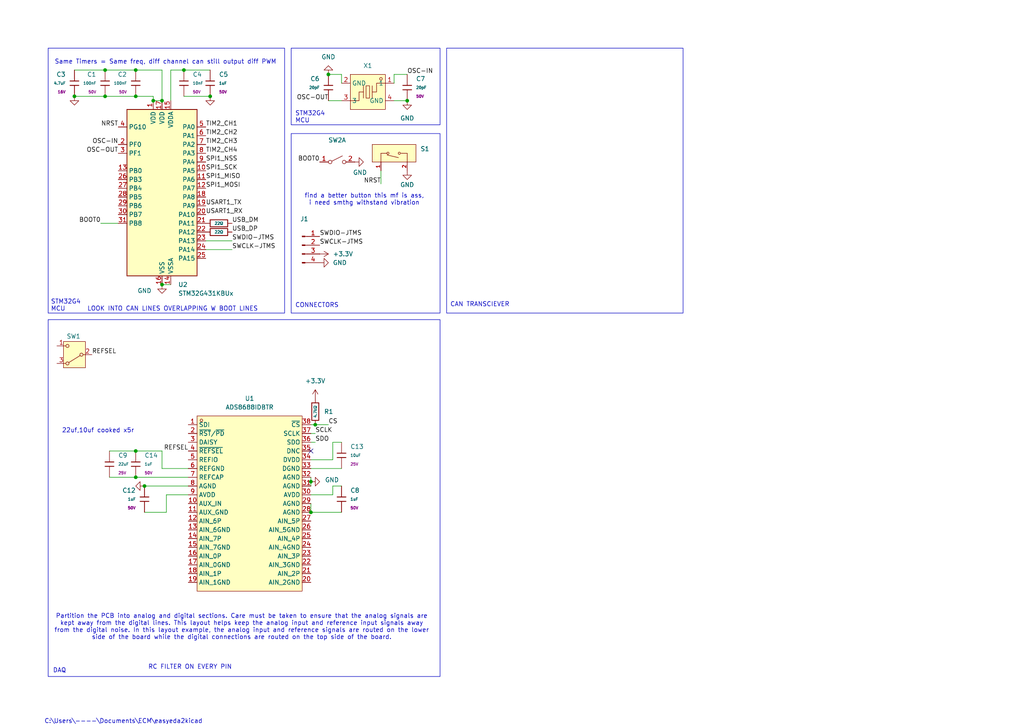
<source format=kicad_sch>
(kicad_sch (version 20250114) (generator "eeschema") (generator_version "9.0")
  (paper "A4")
  (lib_symbols
    (symbol "Connector:Conn_01x04_Pin" (pin_names (offset 1.016) (hide yes))
      (property "Reference" "J" (at 0 5.08 0))
      (property "Value" "Conn_01x04_Pin" (at 0 -7.62 0))
      (symbol "Conn_01x04_Pin_1_1"
        (rectangle (start 0.8636 2.667) (end 0 2.413) (stroke (width 0.1524)) (fill (type outline)))
        (rectangle (start 0.8636 0.127) (end 0 -0.127) (stroke (width 0.1524)) (fill (type outline)))
        (rectangle (start 0.8636 -2.413) (end 0 -2.667) (stroke (width 0.1524)) (fill (type outline)))
        (rectangle (start 0.8636 -4.953) (end 0 -5.207) (stroke (width 0.1524)) (fill (type outline)))
        (polyline (pts (xy 1.27 2.54) (xy 0.8636 2.54)) (stroke (width 0.1524)))
        (polyline (pts (xy 1.27 0) (xy 0.8636 0)) (stroke (width 0.1524)))
        (polyline (pts (xy 1.27 -2.54) (xy 0.8636 -2.54)) (stroke (width 0.1524)))
        (polyline (pts (xy 1.27 -5.08) (xy 0.8636 -5.08)) (stroke (width 0.1524)))
        (pin passive line (at 5.08 2.54 180) (length 3.81) (name "Pin_1") (number "1"))
        (pin passive line (at 5.08 0 180) (length 3.81) (name "Pin_2") (number "2"))
        (pin passive line (at 5.08 -2.54 180) (length 3.81) (name "Pin_3") (number "3"))
        (pin passive line (at 5.08 -5.08 180) (length 3.81) (name "Pin_4") (number "4"))
      )
    )
    (symbol "MCU_ST_STM32G4:STM32G431KBUx"
      (property "Reference" "U" (at -10.16 26.67 0))
      (property "Value" "STM32G431KBUx" (at 5.08 26.67 0))
      (symbol "STM32G431KBUx_0_1"
        (rectangle (start -10.16 -22.86) (end 10.16 25.4) (stroke (width 0.254)) (fill (type background)))
      )
      (symbol "STM32G431KBUx_1_1"
        (pin bidirectional line (at -12.7 20.32 0) (length 2.54) (name "PG10") (number "4"))
        (pin bidirectional line (at -12.7 15.24 0) (length 2.54) (name "PF0") (number "2"))
        (pin bidirectional line (at -12.7 12.7 0) (length 2.54) (name "PF1") (number "3"))
        (pin bidirectional line (at -12.7 7.62 0) (length 2.54) (name "PB0") (number "13"))
        (pin bidirectional line (at -12.7 5.08 0) (length 2.54) (name "PB3") (number "26"))
        (pin bidirectional line (at -12.7 2.54 0) (length 2.54) (name "PB4") (number "27"))
        (pin bidirectional line (at -12.7 0 0) (length 2.54) (name "PB5") (number "28"))
        (pin bidirectional line (at -12.7 -2.54 0) (length 2.54) (name "PB6") (number "29"))
        (pin bidirectional line (at -12.7 -5.08 0) (length 2.54) (name "PB7") (number "30"))
        (pin bidirectional line (at -12.7 -7.62 0) (length 2.54) (name "PB8") (number "31"))
        (pin power_in line (at -2.54 27.94 270) (length 2.54) (name "VDD") (number "1"))
        (pin power_in line (at 0 27.94 270) (length 2.54) (name "VDD") (number "17"))
        (pin power_in line (at 0 -25.4 90) (length 2.54) (name "VSS") (number "16"))
        (pin passive line (at 0 -25.4 90) (length 2.54) (hide yes) (name "VSS") (number "32"))
        (pin passive line (at 0 -25.4 90) (length 2.54) (hide yes) (name "VSS") (number "33"))
        (pin power_in line (at 2.54 27.94 270) (length 2.54) (name "VDDA") (number "15"))
        (pin power_in line (at 2.54 -25.4 90) (length 2.54) (name "VSSA") (number "14"))
        (pin bidirectional line (at 12.7 20.32 180) (length 2.54) (name "PA0") (number "5"))
        (pin bidirectional line (at 12.7 17.78 180) (length 2.54) (name "PA1") (number "6"))
        (pin bidirectional line (at 12.7 15.24 180) (length 2.54) (name "PA2") (number "7"))
        (pin bidirectional line (at 12.7 12.7 180) (length 2.54) (name "PA3") (number "8"))
        (pin bidirectional line (at 12.7 10.16 180) (length 2.54) (name "PA4") (number "9"))
        (pin bidirectional line (at 12.7 7.62 180) (length 2.54) (name "PA5") (number "10"))
        (pin bidirectional line (at 12.7 5.08 180) (length 2.54) (name "PA6") (number "11"))
        (pin bidirectional line (at 12.7 2.54 180) (length 2.54) (name "PA7") (number "12"))
        (pin bidirectional line (at 12.7 0 180) (length 2.54) (name "PA8") (number "18"))
        (pin bidirectional line (at 12.7 -2.54 180) (length 2.54) (name "PA9") (number "19"))
        (pin bidirectional line (at 12.7 -5.08 180) (length 2.54) (name "PA10") (number "20"))
        (pin bidirectional line (at 12.7 -7.62 180) (length 2.54) (name "PA11") (number "21"))
        (pin bidirectional line (at 12.7 -10.16 180) (length 2.54) (name "PA12") (number "22"))
        (pin bidirectional line (at 12.7 -12.7 180) (length 2.54) (name "PA13") (number "23"))
        (pin bidirectional line (at 12.7 -15.24 180) (length 2.54) (name "PA14") (number "24"))
        (pin bidirectional line (at 12.7 -17.78 180) (length 2.54) (name "PA15") (number "25"))
      )
    )
    (symbol "PCM_JLCPCB-Capacitors:0603,100nF" (pin_numbers (hide yes)) (pin_names (offset 0))
      (property "Reference" "C" (at 2.032 1.668 0))
      (property "Value" "100nF" (at 2.032 -0.3782 0))
      (property "Voltage Rated" "50V" (at 2.032 -2.0462 0))
      (symbol "0603,100nF_0_1"
        (polyline (pts (xy -1.27 0.635) (xy 1.27 0.635)) (stroke (width 0.254)))
        (polyline (pts (xy -1.27 -0.635) (xy 1.27 -0.635)) (stroke (width 0.254)))
      )
      (symbol "0603,100nF_1_1"
        (pin passive line (at 0 3.81 270) (length 3.175) (name "~") (number "1"))
        (pin passive line (at 0 -3.81 90) (length 3.175) (name "~") (number "2"))
      )
    )
    (symbol "PCM_JLCPCB-Capacitors:0603,10nF" (pin_numbers (hide yes)) (pin_names (offset 0))
      (property "Reference" "C" (at 2.032 1.668 0))
      (property "Value" "10nF" (at 2.032 -0.3782 0))
      (property "Voltage Rated" "50V" (at 2.032 -2.0462 0))
      (symbol "0603,10nF_0_1"
        (polyline (pts (xy -1.27 0.635) (xy 1.27 0.635)) (stroke (width 0.254)))
        (polyline (pts (xy -1.27 -0.635) (xy 1.27 -0.635)) (stroke (width 0.254)))
      )
      (symbol "0603,10nF_1_1"
        (pin passive line (at 0 3.81 270) (length 3.175) (name "~") (number "1"))
        (pin passive line (at 0 -3.81 90) (length 3.175) (name "~") (number "2"))
      )
    )
    (symbol "PCM_JLCPCB-Capacitors:0603,10uF,(2)" (pin_numbers (hide yes)) (pin_names (offset 0))
      (property "Reference" "C" (at 2.032 1.668 0))
      (property "Value" "10uF" (at 2.032 -0.3782 0))
      (property "Voltage Rated" "25V" (at 2.032 -2.0462 0))
      (symbol "0603,10uF,(2)_0_1"
        (polyline (pts (xy -1.27 0.635) (xy 1.27 0.635)) (stroke (width 0.254)))
        (polyline (pts (xy -1.27 -0.635) (xy 1.27 -0.635)) (stroke (width 0.254)))
      )
      (symbol "0603,10uF,(2)_1_1"
        (pin passive line (at 0 3.81 270) (length 3.175) (name "~") (number "1"))
        (pin passive line (at 0 -3.81 90) (length 3.175) (name "~") (number "2"))
      )
    )
    (symbol "PCM_JLCPCB-Capacitors:0603,1uF" (pin_numbers (hide yes)) (pin_names (offset 0))
      (property "Reference" "C" (at 2.032 1.668 0))
      (property "Value" "1uF" (at 2.032 -0.3782 0))
      (property "Voltage Rated" "50V" (at 2.032 -2.0462 0))
      (symbol "0603,1uF_0_1"
        (polyline (pts (xy -1.27 0.635) (xy 1.27 0.635)) (stroke (width 0.254)))
        (polyline (pts (xy -1.27 -0.635) (xy 1.27 -0.635)) (stroke (width 0.254)))
      )
      (symbol "0603,1uF_1_1"
        (pin passive line (at 0 3.81 270) (length 3.175) (name "~") (number "1"))
        (pin passive line (at 0 -3.81 90) (length 3.175) (name "~") (number "2"))
      )
    )
    (symbol "PCM_JLCPCB-Capacitors:0603,20pF" (pin_numbers (hide yes)) (pin_names (offset 0))
      (property "Reference" "C" (at 2.032 1.668 0))
      (property "Value" "20pF" (at 2.032 -0.3782 0))
      (property "Voltage Rated" "50V" (at 2.032 -2.0462 0))
      (symbol "0603,20pF_0_1"
        (polyline (pts (xy -1.27 0.635) (xy 1.27 0.635)) (stroke (width 0.254)))
        (polyline (pts (xy -1.27 -0.635) (xy 1.27 -0.635)) (stroke (width 0.254)))
      )
      (symbol "0603,20pF_1_1"
        (pin passive line (at 0 3.81 270) (length 3.175) (name "~") (number "1"))
        (pin passive line (at 0 -3.81 90) (length 3.175) (name "~") (number "2"))
      )
    )
    (symbol "PCM_JLCPCB-Capacitors:0603,4.7uF" (pin_numbers (hide yes)) (pin_names (offset 0))
      (property "Reference" "C" (at 2.032 1.668 0))
      (property "Value" "4.7uF" (at 2.032 -0.3782 0))
      (property "Voltage Rated" "16V" (at 2.032 -2.0462 0))
      (symbol "0603,4.7uF_0_1"
        (polyline (pts (xy -1.27 0.635) (xy 1.27 0.635)) (stroke (width 0.254)))
        (polyline (pts (xy -1.27 -0.635) (xy 1.27 -0.635)) (stroke (width 0.254)))
      )
      (symbol "0603,4.7uF_1_1"
        (pin passive line (at 0 3.81 270) (length 3.175) (name "~") (number "1"))
        (pin passive line (at 0 -3.81 90) (length 3.175) (name "~") (number "2"))
      )
    )
    (symbol "PCM_JLCPCB-Capacitors:0805,1uF" (pin_numbers (hide yes)) (pin_names (offset 0))
      (property "Reference" "C" (at 2.032 1.668 0))
      (property "Value" "1uF" (at 2.032 -0.3782 0))
      (property "Voltage Rated" "50V" (at 2.032 -2.0462 0))
      (symbol "0805,1uF_0_1"
        (polyline (pts (xy -1.27 0.635) (xy 1.27 0.635)) (stroke (width 0.254)))
        (polyline (pts (xy -1.27 -0.635) (xy 1.27 -0.635)) (stroke (width 0.254)))
      )
      (symbol "0805,1uF_1_1"
        (pin passive line (at 0 3.81 270) (length 3.175) (name "~") (number "1"))
        (pin passive line (at 0 -3.81 90) (length 3.175) (name "~") (number "2"))
      )
    )
    (symbol "PCM_JLCPCB-Capacitors:0805,22uF" (pin_numbers (hide yes)) (pin_names (offset 0))
      (property "Reference" "C" (at 2.032 1.668 0))
      (property "Value" "22uF" (at 2.032 -0.3782 0))
      (property "Voltage Rated" "25V" (at 2.032 -2.0462 0))
      (symbol "0805,22uF_0_1"
        (polyline (pts (xy -1.27 0.635) (xy 1.27 0.635)) (stroke (width 0.254)))
        (polyline (pts (xy -1.27 -0.635) (xy 1.27 -0.635)) (stroke (width 0.254)))
      )
      (symbol "0805,22uF_1_1"
        (pin passive line (at 0 3.81 270) (length 3.175) (name "~") (number "1"))
        (pin passive line (at 0 -3.81 90) (length 3.175) (name "~") (number "2"))
      )
    )
    (symbol "PCM_JLCPCB-Connectors_Buttons:Tactile Button, 160gf, 12V, 50mA, 4.0mm" (pin_names (hide yes))
      (property "Reference" "S" (at 0 1.27 0))
      (property "Value" "Tactile Button, 160gf" (at 0 -8.89 0))
      (symbol "Tactile Button, 160gf, 12V, 50mA, 4.0mm_0_1"
        (polyline (pts (xy -2.54 2.54) (xy 0 2.54)))
        (polyline (pts (xy -2.54 -5.08) (xy 0 -5.08)))
        (polyline (pts (xy -0.508 0.762) (xy -1.27 -2.54)))
        (polyline (pts (xy 0 0.762) (xy 0 2.54)))
        (circle (center 0 0.508) (radius 0.3175) (fill (type background)))
        (circle (center 0 -2.794) (radius 0.3175) (fill (type background)))
        (polyline (pts (xy 0 -3.302) (xy 0 -5.08)))
        (pin unspecified line (at -5.08 2.54 0) (length 2.54) (name "A") (number "1"))
        (pin unspecified line (at -5.08 -5.08 0) (length 2.54) (name "B") (number "2"))
      )
      (symbol "Tactile Button, 160gf, 12V, 50mA, 4.0mm_1_1"
        (rectangle (start -2.54 5.08) (end 2.54 -7.62) (fill (type background)))
      )
    )
    (symbol "PCM_JLCPCB-Resistors:0402,22Ω" (pin_numbers (hide yes)) (pin_names (offset 0))
      (property "Reference" "R" (at 1.778 0 0))
      (property "Value" "22Ω" (at 0 0 90))
      (symbol "0402,22Ω_0_1"
        (rectangle (start -1.016 2.54) (end 1.016 -2.54) (stroke (width 0.254)))
      )
      (symbol "0402,22Ω_1_1"
        (pin passive line (at 0 3.81 270) (length 1.27) (name "~") (number "1"))
        (pin passive line (at 0 -3.81 90) (length 1.27) (name "~") (number "2"))
      )
    )
    (symbol "PCM_JLCPCB-Resistors:0603,4.7kΩ" (pin_numbers (hide yes)) (pin_names (offset 0))
      (property "Reference" "R" (at 1.778 0 0))
      (property "Value" "4.7kΩ" (at 0 0 90))
      (symbol "0603,4.7kΩ_0_1"
        (rectangle (start -1.016 2.54) (end 1.016 -2.54) (stroke (width 0.254)))
      )
      (symbol "0603,4.7kΩ_1_1"
        (pin passive line (at 0 3.81 270) (length 1.27) (name "~") (number "1"))
        (pin passive line (at 0 -3.81 90) (length 1.27) (name "~") (number "2"))
      )
    )
    (symbol "Switch:SW_DPST_x2" (pin_names (offset 0) (hide yes))
      (property "Reference" "SW" (at 0 3.175 0))
      (property "Value" "SW_DPST_x2" (at 0 -2.54 0))
      (symbol "SW_DPST_x2_0_0"
        (circle (center -2.032 0) (radius 0.508))
        (polyline (pts (xy -1.524 0.254) (xy 1.524 1.778)))
        (circle (center 2.032 0) (radius 0.508))
      )
      (symbol "SW_DPST_x2_1_1"
        (pin passive line (at -5.08 0 0) (length 2.54) (name "A") (number "1"))
        (pin passive line (at 5.08 0 180) (length 2.54) (name "B") (number "2"))
      )
      (symbol "SW_DPST_x2_2_1"
        (pin passive line (at -5.08 0 0) (length 2.54) (name "A") (number "3"))
        (pin passive line (at 5.08 0 180) (length 2.54) (name "B") (number "4"))
      )
    )
    (symbol "Switch:SW_Nidec_CAS-120A1" (pin_names (offset 1) (hide yes))
      (property "Reference" "SW" (at 0 4.318 0))
      (property "Value" "SW_Nidec_CAS-120A1" (at 0 -5.08 0))
      (symbol "SW_Nidec_CAS-120A1_0_1"
        (circle (center -2.032 0) (radius 0.4572))
        (polyline (pts (xy -1.651 0.254) (xy 1.651 2.286)))
        (circle (center 2.032 2.54) (radius 0.4572))
        (circle (center 2.032 -2.54) (radius 0.4572))
      )
      (symbol "SW_Nidec_CAS-120A1_1_1"
        (rectangle (start -3.175 3.81) (end 3.175 -3.81) (fill (type background)))
        (pin passive line (at -5.08 0 0) (length 2.54) (name "B") (number "2"))
        (pin passive line (at 5.08 2.54 180) (length 2.54) (name "A") (number "3"))
        (pin passive line (at 5.08 -2.54 180) (length 2.54) (name "C") (number "1"))
      )
    )
    (symbol "easyeda2kicad:ADS8688IDBTR"
      (property "Reference" "U" (at 0 27.94 0))
      (property "Value" "ADS8688IDBTR" (at 0 -27.94 0))
      (symbol "ADS8688IDBTR_0_1"
        (rectangle (start -15.24 25.4) (end 15.24 -25.4) (fill (type background)))
        (circle (center -13.97 24.13) (radius 0.38))
        (pin unspecified line (at -17.78 22.86 0) (length 2.54) (name "SDI") (number "1"))
        (pin unspecified line (at -17.78 20.32 0) (length 2.54) (name "~{RST}/~{PD}") (number "2"))
        (pin unspecified line (at -17.78 17.78 0) (length 2.54) (name "DAISY") (number "3"))
        (pin unspecified line (at -17.78 15.24 0) (length 2.54) (name "~{REFSEL}") (number "4"))
        (pin unspecified line (at -17.78 12.7 0) (length 2.54) (name "REFIO") (number "5"))
        (pin unspecified line (at -17.78 10.16 0) (length 2.54) (name "REFGND") (number "6"))
        (pin unspecified line (at -17.78 7.62 0) (length 2.54) (name "REFCAP") (number "7"))
        (pin unspecified line (at -17.78 5.08 0) (length 2.54) (name "AGND") (number "8"))
        (pin unspecified line (at -17.78 2.54 0) (length 2.54) (name "AVDD") (number "9"))
        (pin unspecified line (at -17.78 0 0) (length 2.54) (name "AUX_IN") (number "10"))
        (pin unspecified line (at -17.78 -2.54 0) (length 2.54) (name "AUX_GND") (number "11"))
        (pin unspecified line (at -17.78 -5.08 0) (length 2.54) (name "AIN_6P") (number "12"))
        (pin unspecified line (at -17.78 -7.62 0) (length 2.54) (name "AIN_6GND") (number "13"))
        (pin unspecified line (at -17.78 -10.16 0) (length 2.54) (name "AIN_7P") (number "14"))
        (pin unspecified line (at -17.78 -12.7 0) (length 2.54) (name "AIN_7GND") (number "15"))
        (pin unspecified line (at -17.78 -15.24 0) (length 2.54) (name "AIN_0P") (number "16"))
        (pin unspecified line (at -17.78 -17.78 0) (length 2.54) (name "AIN_0GND") (number "17"))
        (pin unspecified line (at -17.78 -20.32 0) (length 2.54) (name "AIN_1P") (number "18"))
        (pin unspecified line (at -17.78 -22.86 0) (length 2.54) (name "AIN_1GND") (number "19"))
        (pin unspecified line (at 17.78 22.86 180) (length 2.54) (name "~{CS}") (number "38"))
        (pin unspecified line (at 17.78 20.32 180) (length 2.54) (name "SCLK") (number "37"))
        (pin unspecified line (at 17.78 17.78 180) (length 2.54) (name "SDO") (number "36"))
        (pin unspecified line (at 17.78 15.24 180) (length 2.54) (name "DNC") (number "35"))
        (pin unspecified line (at 17.78 12.7 180) (length 2.54) (name "DVDD") (number "34"))
        (pin unspecified line (at 17.78 10.16 180) (length 2.54) (name "DGND") (number "33"))
        (pin unspecified line (at 17.78 7.62 180) (length 2.54) (name "AGND") (number "32"))
        (pin unspecified line (at 17.78 5.08 180) (length 2.54) (name "AGND") (number "31"))
        (pin unspecified line (at 17.78 2.54 180) (length 2.54) (name "AVDD") (number "30"))
        (pin unspecified line (at 17.78 0 180) (length 2.54) (name "AGND") (number "29"))
        (pin unspecified line (at 17.78 -2.54 180) (length 2.54) (name "AGND") (number "28"))
        (pin unspecified line (at 17.78 -5.08 180) (length 2.54) (name "AIN_5P") (number "27"))
        (pin unspecified line (at 17.78 -7.62 180) (length 2.54) (name "AIN_5GND") (number "26"))
        (pin unspecified line (at 17.78 -10.16 180) (length 2.54) (name "AIN_4P") (number "25"))
        (pin unspecified line (at 17.78 -12.7 180) (length 2.54) (name "AIN_4GND") (number "24"))
        (pin unspecified line (at 17.78 -15.24 180) (length 2.54) (name "AIN_3P") (number "23"))
        (pin unspecified line (at 17.78 -17.78 180) (length 2.54) (name "AIN_3GND") (number "22"))
        (pin unspecified line (at 17.78 -20.32 180) (length 2.54) (name "AIN_2P") (number "21"))
        (pin unspecified line (at 17.78 -22.86 180) (length 2.54) (name "AIN_2GND") (number "20"))
      )
    )
    (symbol "easyeda2kicad:SX2B12.000F1010F30"
      (property "Reference" "X" (at 0 7.62 0))
      (property "Value" "SX2B12.000F1010F30" (at 0 -7.62 0))
      (symbol "SX2B12.000F1010F30_0_1"
        (rectangle (start -5.08 5.08) (end 5.08 -5.08) (fill (type background)))
        (polyline (pts (xy -5.08 -2.54) (xy -2.54 -2.54) (xy -2.54 0) (xy -1.27 0)))
        (circle (center -3.81 -3.81) (radius 0.38))
        (polyline (pts (xy -1.27 -1.78) (xy -1.27 1.78)))
        (rectangle (start -0.51 1.78) (end 0.51 -1.78) (fill (type background)))
        (polyline (pts (xy 1.27 -1.78) (xy 1.27 1.78)))
        (polyline (pts (xy 5.08 2.54) (xy 2.54 2.54) (xy 2.54 0) (xy 1.27 0)))
        (pin input line (at -7.62 2.54 0) (length 2.54) (name "GND") (number "4"))
        (pin input line (at -7.62 -2.54 0) (length 2.54) (name "1") (number "1"))
        (pin input line (at 7.62 2.54 180) (length 2.54) (name "3") (number "3"))
        (pin input line (at 7.62 -2.54 180) (length 2.54) (name "GND") (number "2"))
      )
    )
    (symbol "power:+3.3V" (power) (pin_numbers (hide yes)) (pin_names (offset 0) (hide yes))
      (property "Value" "+3.3V" (at 0 3.556 0))
      (symbol "+3.3V_0_1"
        (polyline (pts (xy -0.762 1.27) (xy 0 2.54)))
        (polyline (pts (xy 0 2.54) (xy 0.762 1.27)))
        (polyline (pts (xy 0 0) (xy 0 2.54)))
      )
      (symbol "+3.3V_1_1"
        (pin power_in line (at 0 0 90) (length 0) (name "~") (number "1"))
      )
    )
    (symbol "power:GND" (power) (pin_numbers (hide yes)) (pin_names (offset 0) (hide yes))
      (property "Value" "GND" (at 0 -3.81 0))
      (symbol "GND_0_1"
        (polyline (pts (xy 0 0) (xy 0 -1.27) (xy 1.27 -1.27) (xy 0 -2.54) (xy -1.27 -1.27) (xy 0 -1.27)))
      )
      (symbol "GND_1_1"
        (pin power_in line (at 0 0 270) (length 0) (name "~") (number "1"))
      )
    )
  )
  (rectangle (start 84.455 38.735) (end 127.635 90.805))
  (rectangle (start 13.97 13.97) (end 82.55 90.805))
  (rectangle (start 129.54 13.97) (end 198.12 90.805))
  (rectangle (start 84.455 13.97) (end 127.635 36.195))
  (rectangle (start 13.97 92.71) (end 127.635 196.215))
  (text "CAN TRANSCIEVER" (at 130.556 88.392 0) (effects (font (size 1.27 1.27)) (justify left)))
  (text "\nSTM32G4\nMCU" (at 14.732 87.63 0) (effects (font (size 1.27 1.27)) (justify left)))
  (text "DAQ\n" (at 17.272 194.564 0) (effects (font (size 1.27 1.27))))
  (text "22uf,10uf cooked x5r\n" (at 28.448 124.968 0) (effects (font (size 1.27 1.27))))
  (text "RC FILTER ON EVERY PIN\n" (at 55.118 193.548 0) (effects (font (size 1.27 1.27))))
  (text "\nSTM32G4\nMCU" (at 85.598 33.02 0) (effects (font (size 1.27 1.27)) (justify left)))
  (text "CONNECTORS\n" (at 85.598 88.646 0) (effects (font (size 1.27 1.27)) (justify left)))
  (text "C:\\Users\\----\\Documents\\ECM\\easyeda2kicad\n" (at 35.814 209.296 0) (effects (font (size 1.27 1.27))))
  (text "Same Timers = Same freq, diff channel can still output diff PWM\n" (at 48.006 18.034 0) (effects (font (size 1.27 1.27))))
  (text "Partition the PCB into analog and digital sections. Care must be taken to ensure that the analog signals are\nkept away from the digital lines. This layout helps keep the analog input and reference input signals away\nfrom the digital noise. In this layout example, the analog input and reference signals are routed on the lower\nside of the board while the digital connections are routed on the top side of the board." (at 70.104 181.864 0) (effects (font (size 1.27 1.27))))
  (text "LOOK INTO CAN LINES OVERLAPPING W BOOT LINES " (at 50.546 89.662 0) (effects (font (size 1.27 1.27))))
  (text "find a better button this mf is ass,\n i need smthg withstand vibration " (at 105.664 57.912 0) (effects (font (size 1.27 1.27))))
  (junction (at 30.48 20.32))
  (junction (at 91.44 123.19))
  (junction (at 46.99 29.21))
  (junction (at 39.37 138.43))
  (junction (at 118.11 29.21))
  (junction (at 41.91 140.97))
  (junction (at 46.99 82.55))
  (junction (at 30.48 27.94))
  (junction (at 39.37 130.81))
  (junction (at 53.34 20.32))
  (junction (at 60.96 27.94))
  (junction (at 39.37 20.32))
  (junction (at 21.59 27.94))
  (junction (at 95.25 21.59))
  (junction (at 44.45 29.21))
  (junction (at 90.17 139.7))
  (junction (at 90.17 148.59))
  (junction (at 39.37 27.94))
  (no_connect (at 90.17 130.81))
  (wire (pts (xy 99.06 21.59) (xy 95.25 21.59)))
  (wire (pts (xy 90.17 138.43) (xy 90.17 139.7)))
  (wire (pts (xy 44.45 29.21) (xy 46.99 29.21)))
  (wire (pts (xy 39.37 130.81) (xy 46.99 130.81)))
  (wire (pts (xy 114.3 21.59) (xy 114.3 24.13)))
  (wire (pts (xy 46.99 135.89) (xy 46.99 130.81)))
  (wire (pts (xy 67.31 69.85) (xy 59.69 69.85)))
  (wire (pts (xy 90.17 143.51) (xy 96.52 143.51)))
  (wire (pts (xy 31.75 138.43) (xy 39.37 138.43)))
  (wire (pts (xy 96.52 140.97) (xy 99.06 140.97)))
  (wire (pts (xy 30.48 27.94) (xy 39.37 27.94)))
  (wire (pts (xy 90.17 146.05) (xy 90.17 148.59)))
  (wire (pts (xy 46.99 135.89) (xy 54.61 135.89)))
  (wire (pts (xy 90.17 139.7) (xy 90.17 140.97)))
  (wire (pts (xy 46.99 82.55) (xy 49.53 82.55)))
  (wire (pts (xy 39.37 20.32) (xy 46.99 20.32)))
  (wire (pts (xy 90.17 133.35) (xy 96.52 133.35)))
  (wire (pts (xy 46.99 20.32) (xy 46.99 29.21)))
  (wire (pts (xy 48.26 143.51) (xy 48.26 148.59)))
  (wire (pts (xy 91.44 123.19) (xy 90.17 123.19)))
  (wire (pts (xy 44.45 27.94) (xy 44.45 29.21)))
  (wire (pts (xy 91.44 128.27) (xy 90.17 128.27)))
  (wire (pts (xy 21.59 27.94) (xy 30.48 27.94)))
  (wire (pts (xy 96.52 133.35) (xy 96.52 128.27)))
  (wire (pts (xy 60.96 20.32) (xy 53.34 20.32)))
  (wire (pts (xy 96.52 128.27) (xy 99.06 128.27)))
  (wire (pts (xy 41.91 140.97) (xy 54.61 140.97)))
  (wire (pts (xy 49.53 20.32) (xy 53.34 20.32)))
  (wire (pts (xy 96.52 143.51) (xy 96.52 140.97)))
  (wire (pts (xy 91.44 125.73) (xy 90.17 125.73)))
  (wire (pts (xy 31.75 130.81) (xy 39.37 130.81)))
  (wire (pts (xy 39.37 27.94) (xy 44.45 27.94)))
  (wire (pts (xy 99.06 21.59) (xy 99.06 24.13)))
  (wire (pts (xy 48.26 148.59) (xy 41.91 148.59)))
  (wire (pts (xy 110.49 53.34) (xy 110.49 49.53)))
  (wire (pts (xy 49.53 20.32) (xy 49.53 29.21)))
  (wire (pts (xy 91.44 123.19) (xy 95.25 123.19)))
  (wire (pts (xy 53.34 27.94) (xy 60.96 27.94)))
  (wire (pts (xy 54.61 143.51) (xy 48.26 143.51)))
  (wire (pts (xy 118.11 29.21) (xy 114.3 29.21)))
  (wire (pts (xy 21.59 20.32) (xy 30.48 20.32)))
  (wire (pts (xy 39.37 138.43) (xy 54.61 138.43)))
  (wire (pts (xy 59.69 72.39) (xy 67.31 72.39)))
  (wire (pts (xy 118.11 21.59) (xy 114.3 21.59)))
  (wire (pts (xy 90.17 148.59) (xy 99.06 148.59)))
  (wire (pts (xy 30.48 20.32) (xy 39.37 20.32)))
  (wire (pts (xy 95.25 29.21) (xy 99.06 29.21)))
  (wire (pts (xy 29.21 64.77) (xy 34.29 64.77)))
  (wire (pts (xy 90.17 135.89) (xy 99.06 135.89)))
  (label "USB_DM" (at 67.31 64.77 0))
  (label "OSC-OUT" (at 34.29 44.45 180))
  (label "TIM2_CH1" (at 59.69 36.83 0))
  (label "USB_DP" (at 67.31 67.31 0))
  (label "SDO" (at 91.44 128.27 0))
  (label "SCLK" (at 91.44 125.73 0))
  (label "TIM2_CH3" (at 59.69 41.91 0))
  (label "SPI1_NSS" (at 59.69 46.99 0))
  (label "SWDIO-JTMS" (at 67.31 69.85 0))
  (label "BOOT0" (at 29.21 64.77 180))
  (label "CS" (at 95.25 123.19 0))
  (label "NRST" (at 110.49 53.34 180))
  (label "USART1_RX" (at 59.69 62.23 0))
  (label "REFSEL" (at 54.61 130.81 180))
  (label "USART1_TX" (at 59.69 59.69 0))
  (label "SWCLK-JTMS" (at 67.31 72.39 0))
  (label "TIM2_CH2" (at 59.69 39.37 0))
  (label "SWCLK-JTMS" (at 92.71 71.12 0))
  (label "SPI1_MOSI" (at 59.69 54.61 0))
  (label "SPI1_MISO" (at 59.69 52.07 0))
  (label "NRST" (at 34.29 36.83 180))
  (label "SPI1_SCK" (at 59.69 49.53 0))
  (label "OSC-OUT" (at 95.25 29.21 180))
  (label "SWDIO-JTMS" (at 92.71 68.58 0))
  (label "TIM2_CH4" (at 59.69 44.45 0))
  (label "OSC-IN" (at 118.11 21.59 0))
  (label "OSC-IN" (at 34.29 41.91 180))
  (label "BOOT0" (at 92.71 46.99 180))
  (label "REFSEL" (at 26.67 102.87 0))
  (symbol (lib_id "PCM_JLCPCB-Capacitors:0603,20pF") (at 118.11 25.4 0) (mirror y) (unit 1)
    (property "Reference" "C7" (at 120.65 22.8599 0) (effects (justify right)))
    (property "Value" "20pF" (at 120.65 25.4 0) (effects (font (size 0.8 0.8)) (justify right)))
    (property "Footprint" "PCM_JLCPCB:C_0603" (effects (hide yes)))
    (property "Datasheet" "https://www.lcsc.com/datasheet/lcsc_datasheet_2304140030_Samsung-Electro-Mechanics-CL10C200JB8NNNC_C1648.pdf" (effects (hide yes)))
    (property "Description" "50V 20pF C0G ±5% 0603 Multilayer Ceramic Capacitors MLCC - SMD/SMT ROHS" (effects (hide yes)))
    (property "LCSC" "C1648" (effects (hide yes)))
    (property "Stock" "1264317" (effects (hide yes)))
    (property "Price" "0.008USD" (effects (hide yes)))
    (property "Process" "SMT" (effects (hide yes)))
    (property "Minimum Qty" "20" (effects (hide yes)))
    (property "Attrition Qty" "10" (effects (hide yes)))
    (property "Class" "Basic Component" (effects (hide yes)))
    (property "Category" "Capacitors,Multilayer Ceramic Capacitors MLCC - SMD/SMT" (effects (hide yes)))
    (property "Manufacturer" "Samsung Electro-Mechanics" (effects (hide yes)))
    (property "Part" "CL10C200JB8NNNC" (effects (hide yes)))
    (property "Voltage Rated" "50V" (at 120.65 27.94 0) (effects (font (size 0.8 0.8)) (justify right)))
    (property "Tolerance" "±5%" (effects (hide yes)))
    (property "Capacitance" "20pF" (effects (hide yes)))
    (property "Temperature Coefficient" "C0G" (effects (hide yes)))
  )
  (symbol (lib_id "Switch:SW_Nidec_CAS-120A1") (at 21.59 102.87 180) (unit 1)
    (property "Reference" "SW1" (at 21.336 97.536 0))
    (property "Value" "SW_Nidec_CAS-120A1" (effects (hide yes)))
    (property "Footprint" "Button_Switch_SMD:Nidec_Copal_CAS-120A" (effects (hide yes)))
    (property "Datasheet" "https://www.nidec-components.com/e/catalog/switch/cas.pdf" (effects (hide yes)))
    (property "Description" "Switch, single pole double throw" (effects (hide yes)))
  )
  (symbol (lib_id "PCM_JLCPCB-Resistors:0402,22Ω") (at 63.5 67.31 270) (unit 1)
    (property "Reference" "R3" (effects (hide yes)))
    (property "Value" "22Ω" (at 63.5 67.31 90) (effects (font (size 0.8 0.8))))
    (property "Footprint" "PCM_JLCPCB:R_0402" (effects (hide yes)))
    (property "Datasheet" "https://www.lcsc.com/datasheet/lcsc_datasheet_2205311900_UNI-ROYAL-Uniroyal-Elec-0402WGF220JTCE_C25092.pdf" (effects (hide yes)))
    (property "Description" "62.5mW Thick Film Resistors 50V ±1% ±100ppm/°C 22Ω 0402 Chip Resistor - Surface Mount ROHS" (effects (hide yes)))
    (property "LCSC" "C25092" (effects (hide yes)))
    (property "Stock" "7466061" (effects (hide yes)))
    (property "Price" "0.004USD" (effects (hide yes)))
    (property "Process" "SMT" (effects (hide yes)))
    (property "Minimum Qty" "20" (effects (hide yes)))
    (property "Attrition Qty" "10" (effects (hide yes)))
    (property "Class" "Basic Component" (effects (hide yes)))
    (property "Category" "Resistors,Chip Resistor - Surface Mount" (effects (hide yes)))
    (property "Manufacturer" "UNI-ROYAL(Uniroyal Elec)" (effects (hide yes)))
    (property "Part" "0402WGF220JTCE" (effects (hide yes)))
    (property "Resistance" "22Ω" (effects (hide yes)))
    (property "Power(Watts)" "62.5mW" (effects (hide yes)))
    (property "Type" "Thick Film Resistors" (effects (hide yes)))
    (property "Overload Voltage (Max)" "50V" (effects (hide yes)))
    (property "Operating Temperature Range" "-55°C~+155°C" (effects (hide yes)))
    (property "Tolerance" "±1%" (effects (hide yes)))
    (property "Temperature Coefficient" "±100ppm/°C" (effects (hide yes)))
  )
  (symbol (lib_id "MCU_ST_STM32G4:STM32G431KBUx") (at 46.99 57.15 0) (unit 1)
    (property "Reference" "U2" (at 51.6733 82.55 0) (effects (justify left)))
    (property "Value" "STM32G431KBUx" (at 51.6733 85.09 0) (effects (justify left)))
    (property "Footprint" "Package_DFN_QFN:QFN-32-1EP_5x5mm_P0.5mm_EP3.45x3.45mm" (effects (hide yes)))
    (property "Datasheet" "https://www.st.com/resource/en/datasheet/stm32g431kb.pdf" (effects (hide yes)))
    (property "Description" "STMicroelectronics Arm Cortex-M4 MCU, 128KB flash, 32KB RAM, 170 MHz, 1.71-3.6V, 26 GPIO, UFQFPN32" (effects (hide yes)))
  )
  (symbol (lib_id "PCM_JLCPCB-Capacitors:0603,20pF") (at 95.25 25.4 0) (unit 1)
    (property "Reference" "C6" (at 92.71 22.8599 0) (effects (justify right)))
    (property "Value" "20pF" (at 92.71 25.4 0) (effects (font (size 0.8 0.8)) (justify right)))
    (property "Footprint" "PCM_JLCPCB:C_0603" (effects (hide yes)))
    (property "Datasheet" "https://www.lcsc.com/datasheet/lcsc_datasheet_2304140030_Samsung-Electro-Mechanics-CL10C200JB8NNNC_C1648.pdf" (effects (hide yes)))
    (property "Description" "50V 20pF C0G ±5% 0603 Multilayer Ceramic Capacitors MLCC - SMD/SMT ROHS" (effects (hide yes)))
    (property "LCSC" "C1648" (effects (hide yes)))
    (property "Stock" "1264317" (effects (hide yes)))
    (property "Price" "0.008USD" (effects (hide yes)))
    (property "Process" "SMT" (effects (hide yes)))
    (property "Minimum Qty" "20" (effects (hide yes)))
    (property "Attrition Qty" "10" (effects (hide yes)))
    (property "Class" "Basic Component" (effects (hide yes)))
    (property "Category" "Capacitors,Multilayer Ceramic Capacitors MLCC - SMD/SMT" (effects (hide yes)))
    (property "Manufacturer" "Samsung Electro-Mechanics" (effects (hide yes)))
    (property "Part" "CL10C200JB8NNNC" (effects (hide yes)))
    (property "Voltage Rated" "50V" (effects (hide yes)))
    (property "Tolerance" "±5%" (effects (hide yes)))
    (property "Capacitance" "20pF" (effects (hide yes)))
    (property "Temperature Coefficient" "C0G" (effects (hide yes)))
  )
  (symbol (lib_id "PCM_JLCPCB-Capacitors:0805,22uF") (at 31.75 134.62 0) (unit 1)
    (property "Reference" "C9" (at 34.29 132.0799 0) (effects (justify left)))
    (property "Value" "22uF" (at 34.29 134.62 0) (effects (font (size 0.8 0.8)) (justify left)))
    (property "Footprint" "PCM_JLCPCB:C_0805" (effects (hide yes)))
    (property "Datasheet" "https://www.lcsc.com/datasheet/lcsc_datasheet_2304140030_Samsung-Electro-Mechanics-CL21A226MAQNNNE_C45783.pdf" (effects (hide yes)))
    (property "Description" "25V 22uF X5R ±20% 0805 Multilayer Ceramic Capacitors MLCC - SMD/SMT ROHS" (effects (hide yes)))
    (property "LCSC" "C45783" (effects (hide yes)))
    (property "Stock" "6479946" (effects (hide yes)))
    (property "Price" "0.027USD" (effects (hide yes)))
    (property "Process" "SMT" (effects (hide yes)))
    (property "Minimum Qty" "20" (effects (hide yes)))
    (property "Attrition Qty" "8" (effects (hide yes)))
    (property "Class" "Basic Component" (effects (hide yes)))
    (property "Category" "Capacitors,Multilayer Ceramic Capacitors MLCC - SMD/SMT" (effects (hide yes)))
    (property "Manufacturer" "Samsung Electro-Mechanics" (effects (hide yes)))
    (property "Part" "CL21A226MAQNNNE" (effects (hide yes)))
    (property "Voltage Rated" "25V" (at 34.29 137.16 0) (effects (font (size 0.8 0.8)) (justify left)))
    (property "Tolerance" "±20%" (effects (hide yes)))
    (property "Capacitance" "22uF" (effects (hide yes)))
    (property "Temperature Coefficient" "X5R" (effects (hide yes)))
  )
  (symbol (lib_id "PCM_JLCPCB-Capacitors:0805,1uF") (at 41.91 144.78 0) (unit 1)
    (property "Reference" "C12" (at 39.37 142.2399 0) (effects (justify right)))
    (property "Value" "1uF" (at 39.37 144.78 0) (effects (font (size 0.8 0.8)) (justify right)))
    (property "Footprint" "PCM_JLCPCB:C_0805" (effects (hide yes)))
    (property "Datasheet" "https://www.lcsc.com/datasheet/lcsc_datasheet_2304140030_Samsung-Electro-Mechanics-CL21B105KBFNNNE_C28323.pdf" (effects (hide yes)))
    (property "Description" "50V 1uF X7R ±10% 0805 Multilayer Ceramic Capacitors MLCC - SMD/SMT ROHS" (effects (hide yes)))
    (property "LCSC" "C28323" (effects (hide yes)))
    (property "Stock" "4334256" (effects (hide yes)))
    (property "Price" "0.012USD" (effects (hide yes)))
    (property "Process" "SMT" (effects (hide yes)))
    (property "Minimum Qty" "20" (effects (hide yes)))
    (property "Attrition Qty" "10" (effects (hide yes)))
    (property "Class" "Basic Component" (effects (hide yes)))
    (property "Category" "Capacitors,Multilayer Ceramic Capacitors MLCC - SMD/SMT" (effects (hide yes)))
    (property "Manufacturer" "Samsung Electro-Mechanics" (effects (hide yes)))
    (property "Part" "CL21B105KBFNNNE" (effects (hide yes)))
    (property "Voltage Rated" "50V" (at 39.37 147.32 0) (effects (font (size 0.8 0.8)) (justify right)))
    (property "Tolerance" "±10%" (effects (hide yes)))
    (property "Capacitance" "1uF" (effects (hide yes)))
    (property "Temperature Coefficient" "X7R" (effects (hide yes)))
  )
  (symbol (lib_id "power:GND") (at 60.96 27.94 0) (unit 1)
    (property "Reference" "#PWR06" (effects (hide yes)))
    (property "Value" "GND" (effects (hide yes)))
    (property "Description" "Power symbol creates a global label with name \"GND\" , ground" (effects (hide yes)))
  )
  (symbol (lib_id "PCM_JLCPCB-Capacitors:0603,4.7uF") (at 21.59 24.13 0) (unit 1)
    (property "Reference" "C3" (at 19.05 21.5899 0) (effects (justify right)))
    (property "Value" "4.7uF" (at 19.05 24.13 0) (effects (font (size 0.8 0.8)) (justify right)))
    (property "Footprint" "PCM_JLCPCB:C_0603" (effects (hide yes)))
    (property "Datasheet" "https://www.lcsc.com/datasheet/lcsc_datasheet_2304140030_Samsung-Electro-Mechanics-CL10A475KO8NNNC_C19666.pdf" (effects (hide yes)))
    (property "Description" "16V 4.7uF X5R ±10% 0603 Multilayer Ceramic Capacitors MLCC - SMD/SMT ROHS" (effects (hide yes)))
    (property "LCSC" "C19666" (effects (hide yes)))
    (property "Stock" "4246728" (effects (hide yes)))
    (property "Price" "0.013USD" (effects (hide yes)))
    (property "Process" "SMT" (effects (hide yes)))
    (property "Minimum Qty" "20" (effects (hide yes)))
    (property "Attrition Qty" "10" (effects (hide yes)))
    (property "Class" "Basic Component" (effects (hide yes)))
    (property "Category" "Capacitors,Multilayer Ceramic Capacitors MLCC - SMD/SMT" (effects (hide yes)))
    (property "Manufacturer" "Samsung Electro-Mechanics" (effects (hide yes)))
    (property "Part" "CL10A475KO8NNNC" (effects (hide yes)))
    (property "Voltage Rated" "16V" (at 19.05 26.67 0) (effects (font (size 0.8 0.8)) (justify right)))
    (property "Tolerance" "±10%" (effects (hide yes)))
    (property "Capacitance" "4.7uF" (effects (hide yes)))
    (property "Temperature Coefficient" "X5R" (effects (hide yes)))
  )
  (symbol (lib_id "power:GND") (at 21.59 27.94 0) (unit 1)
    (property "Reference" "#PWR04" (effects (hide yes)))
    (property "Value" "GND" (effects (hide yes)))
    (property "Description" "Power symbol creates a global label with name \"GND\" , ground" (effects (hide yes)))
  )
  (symbol (lib_id "power:+3.3V") (at 92.71 73.66 270) (unit 1)
    (property "Reference" "#PWR011" (effects (hide yes)))
    (property "Value" "+3.3V" (at 96.52 73.6599 90) (effects (justify left)))
    (property "Description" "Power symbol creates a global label with name \"+3.3V\"" (effects (hide yes)))
  )
  (symbol (lib_id "power:GND") (at 90.17 139.7 90) (unit 1)
    (property "Reference" "#PWR03" (effects (hide yes)))
    (property "Value" "GND" (at 94.234 139.192 90) (effects (justify right)))
    (property "Description" "Power symbol creates a global label with name \"GND\" , ground" (effects (hide yes)))
  )
  (symbol (lib_id "power:+3.3V") (at 91.44 115.57 0) (unit 1)
    (property "Reference" "#PWR01" (effects (hide yes)))
    (property "Value" "+3.3V" (at 91.44 110.49 0))
    (property "Description" "Power symbol creates a global label with name \"+3.3V\"" (effects (hide yes)))
  )
  (symbol (lib_id "power:GND") (at 92.71 76.2 90) (unit 1)
    (property "Reference" "#PWR012" (effects (hide yes)))
    (property "Value" "GND" (at 96.52 76.1999 90) (effects (justify right)))
    (property "Description" "Power symbol creates a global label with name \"GND\" , ground" (effects (hide yes)))
  )
  (symbol (lib_id "Connector:Conn_01x04_Pin") (at 87.63 71.12 0) (unit 1)
    (property "Reference" "J1" (at 88.265 63.5 0))
    (property "Value" "Conn_01x04_Pin" (effects (hide yes)))
    (property "Footprint" "Connector_PinHeader_2.54mm:PinHeader_1x04_P2.54mm_Vertical" (effects (hide yes)))
    (property "Description" "Generic connector, single row, 01x04, script generated" (effects (hide yes)))
  )
  (symbol (lib_id "power:GND") (at 41.91 140.97 270) (unit 1)
    (property "Reference" "#PWR02" (effects (hide yes)))
    (property "Value" "GND" (effects (hide yes)))
    (property "Description" "Power symbol creates a global label with name \"GND\" , ground" (effects (hide yes)))
  )
  (symbol (lib_id "power:GND") (at 102.87 46.99 90) (unit 1)
    (property "Reference" "#PWR09" (effects (hide yes)))
    (property "Value" "GND" (at 102.362 50.038 90) (effects (justify right)))
    (property "Description" "Power symbol creates a global label with name \"GND\" , ground" (effects (hide yes)))
  )
  (symbol (lib_id "PCM_JLCPCB-Capacitors:0603,100nF") (at 30.48 24.13 0) (unit 1)
    (property "Reference" "C1" (at 27.94 21.5899 0) (effects (justify right)))
    (property "Value" "100nF" (at 27.94 24.13 0) (effects (font (size 0.8 0.8)) (justify right)))
    (property "Footprint" "PCM_JLCPCB:C_0603" (effects (hide yes)))
    (property "Datasheet" "https://www.lcsc.com/datasheet/lcsc_datasheet_2211101700_YAGEO-CC0603KRX7R9BB104_C14663.pdf" (effects (hide yes)))
    (property "Description" "50V 100nF X7R ±10% 0603 Multilayer Ceramic Capacitors MLCC - SMD/SMT ROHS" (effects (hide yes)))
    (property "LCSC" "C14663" (effects (hide yes)))
    (property "Stock" "70324515" (effects (hide yes)))
    (property "Price" "0.006USD" (effects (hide yes)))
    (property "Process" "SMT" (effects (hide yes)))
    (property "Minimum Qty" "20" (effects (hide yes)))
    (property "Attrition Qty" "10" (effects (hide yes)))
    (property "Class" "Basic Component" (effects (hide yes)))
    (property "Category" "Capacitors,Multilayer Ceramic Capacitors MLCC - SMD/SMT" (effects (hide yes)))
    (property "Manufacturer" "YAGEO" (effects (hide yes)))
    (property "Part" "CC0603KRX7R9BB104" (effects (hide yes)))
    (property "Voltage Rated" "50V" (at 27.94 26.67 0) (effects (font (size 0.8 0.8)) (justify right)))
    (property "Tolerance" "±10%" (effects (hide yes)))
    (property "Capacitance" "100nF" (effects (hide yes)))
    (property "Temperature Coefficient" "X7R" (effects (hide yes)))
  )
  (symbol (lib_id "easyeda2kicad:ADS8688IDBTR") (at 72.39 146.05 0) (unit 1)
    (property "Reference" "U1" (at 72.39 115.57 0))
    (property "Value" "ADS8688IDBTR" (at 72.39 118.11 0))
    (property "Footprint" "easyeda2kicad:TSSOP-38_L9.7-W4.4-P0.50-LS6.4-BL" (effects (hide yes)))
    (property "Datasheet" "https://lcsc.com/product-detail/Analog-To-Digital-Converters-ADCs_Texas-Instruments-Texas-Instruments-ADS8688IDBTR_C527390.html" (effects (hide yes)))
    (property "LCSC Part" "C527390" (effects (hide yes)))
  )
  (symbol (lib_id "PCM_JLCPCB-Connectors_Buttons:Tactile Button, 160gf, 12V, 50mA, 4.0mm") (at 113.03 44.45 90) (unit 1)
    (property "Reference" "S1" (at 121.92 43.1799 90) (effects (justify right)))
    (property "Value" "Tactile Button, 160gf" (effects (hide yes)))
    (property "Footprint" "PCM_JLCPCB:SW_TS-1088-AR02016" (effects (hide yes)))
    (property "Datasheet" "https://www.lcsc.com/datasheet/lcsc_datasheet_2304140030_XUNPU-TS-1088-AR02016_C720477.pdf" (effects (hide yes)))
    (property "Description" "Without 50mA 4mm 100MΩ 100000 Times 12V 160gf 3mm 2mm Round Button Standing paste SPST SMD Tactile Switches ROHS" (effects (hide yes)))
    (property "LCSC" "C720477" (effects (hide yes)))
    (property "Stock" "346801" (effects (hide yes)))
    (property "Price" "0.044USD" (effects (hide yes)))
    (property "Process" "SMT" (effects (hide yes)))
    (property "Minimum Qty" "5" (effects (hide yes)))
    (property "Attrition Qty" "4" (effects (hide yes)))
    (property "Class" "Basic Component" (effects (hide yes)))
    (property "Category" "Switches,Tactile Switches" (effects (hide yes)))
    (property "Manufacturer" "XUNPU" (effects (hide yes)))
    (property "Part" "TS-1088-AR02016" (effects (hide yes)))
    (property "Switch Length" "4mm" (effects (hide yes)))
    (property "Voltage Rating (Dc)" "12V" (effects (hide yes)))
    (property "With Lamp" "No" (effects (hide yes)))
    (property "Operating Force" "160gf@±50gf" (effects (hide yes)))
    (property "Actuator/Cap Color" "Black" (effects (hide yes)))
    (property "Mechanical Life" "100000 Times" (effects (hide yes)))
    (property "Strike Gundam" "NO" (effects (hide yes)))
    (property "Circuit" "SPST" (effects (hide yes)))
    (property "Switch Height" "2mm" (effects (hide yes)))
    (property "Actuator Style" "Round Button" (effects (hide yes)))
    (property "Switch Width" "3mm" (effects (hide yes)))
    (property "Contact Current" "50mA" (effects (hide yes)))
    (property "Operating Temperature" "-30°C~+80°C" (effects (hide yes)))
    (property "Mounting Style" "Brick nogging" (effects (hide yes)))
    (property "Insulation Resistance" "100MΩ" (effects (hide yes)))
    (property "Pin Style" "SMDSplicing" (effects (hide yes)))
  )
  (symbol (lib_id "PCM_JLCPCB-Resistors:0603,4.7kΩ") (at 91.44 119.38 0) (unit 1)
    (property "Reference" "R1" (at 93.98 119.3799 0) (effects (justify left)))
    (property "Value" "4.7kΩ" (at 91.44 119.38 90) (effects (font (size 0.8 0.8))))
    (property "Footprint" "PCM_JLCPCB:R_0603" (effects (hide yes)))
    (property "Datasheet" "https://www.lcsc.com/datasheet/lcsc_datasheet_2206010116_UNI-ROYAL-Uniroyal-Elec-0603WAF4701T5E_C23162.pdf" (effects (hide yes)))
    (property "Description" "100mW Thick Film Resistors 75V ±100ppm/°C ±1% 4.7kΩ 0603 Chip Resistor - Surface Mount ROHS" (effects (hide yes)))
    (property "LCSC" "C23162" (effects (hide yes)))
    (property "Stock" "11302490" (effects (hide yes)))
    (property "Price" "0.004USD" (effects (hide yes)))
    (property "Process" "SMT" (effects (hide yes)))
    (property "Minimum Qty" "20" (effects (hide yes)))
    (property "Attrition Qty" "10" (effects (hide yes)))
    (property "Class" "Basic Component" (effects (hide yes)))
    (property "Category" "Resistors,Chip Resistor - Surface Mount" (effects (hide yes)))
    (property "Manufacturer" "UNI-ROYAL(Uniroyal Elec)" (effects (hide yes)))
    (property "Part" "0603WAF4701T5E" (effects (hide yes)))
    (property "Resistance" "4.7kΩ" (effects (hide yes)))
    (property "Power(Watts)" "100mW" (effects (hide yes)))
    (property "Type" "Thick Film Resistors" (effects (hide yes)))
    (property "Overload Voltage (Max)" "75V" (effects (hide yes)))
    (property "Operating Temperature Range" "-55°C~+155°C" (effects (hide yes)))
    (property "Tolerance" "±1%" (effects (hide yes)))
    (property "Temperature Coefficient" "±100ppm/°C" (effects (hide yes)))
  )
  (symbol (lib_id "power:GND") (at 95.25 21.59 180) (unit 1)
    (property "Reference" "#PWR08" (effects (hide yes)))
    (property "Value" "GND" (at 95.25 16.51 0))
    (property "Description" "Power symbol creates a global label with name \"GND\" , ground" (effects (hide yes)))
  )
  (symbol (lib_id "PCM_JLCPCB-Capacitors:0603,1uF") (at 60.96 24.13 0) (unit 1)
    (property "Reference" "C5" (at 63.5 21.5899 0) (effects (justify left)))
    (property "Value" "1uF" (at 63.5 24.13 0) (effects (font (size 0.8 0.8)) (justify left)))
    (property "Footprint" "PCM_JLCPCB:C_0603" (effects (hide yes)))
    (property "Datasheet" "https://www.lcsc.com/datasheet/lcsc_datasheet_2304140030_Samsung-Electro-Mechanics-CL10A105KB8NNNC_C15849.pdf" (effects (hide yes)))
    (property "Description" "50V 1uF X5R ±10% 0603 Multilayer Ceramic Capacitors MLCC - SMD/SMT ROHS" (effects (hide yes)))
    (property "LCSC" "C15849" (effects (hide yes)))
    (property "Stock" "11535980" (effects (hide yes)))
    (property "Price" "0.008USD" (effects (hide yes)))
    (property "Process" "SMT" (effects (hide yes)))
    (property "Minimum Qty" "20" (effects (hide yes)))
    (property "Attrition Qty" "10" (effects (hide yes)))
    (property "Class" "Basic Component" (effects (hide yes)))
    (property "Category" "Capacitors,Multilayer Ceramic Capacitors MLCC - SMD/SMT" (effects (hide yes)))
    (property "Manufacturer" "Samsung Electro-Mechanics" (effects (hide yes)))
    (property "Part" "CL10A105KB8NNNC" (effects (hide yes)))
    (property "Voltage Rated" "50V" (at 63.5 26.67 0) (effects (font (size 0.8 0.8)) (justify left)))
    (property "Tolerance" "±10%" (effects (hide yes)))
    (property "Capacitance" "1uF" (effects (hide yes)))
    (property "Temperature Coefficient" "X5R" (effects (hide yes)))
  )
  (symbol (lib_id "power:GND") (at 118.11 29.21 0) (unit 1)
    (property "Reference" "#PWR07" (effects (hide yes)))
    (property "Value" "GND" (at 118.11 34.29 0))
    (property "Description" "Power symbol creates a global label with name \"GND\" , ground" (effects (hide yes)))
  )
  (symbol (lib_id "PCM_JLCPCB-Resistors:0402,22Ω") (at 63.5 64.77 90) (unit 1)
    (property "Reference" "R2" (effects (hide yes)))
    (property "Value" "22Ω" (at 63.5 64.77 90) (effects (font (size 0.8 0.8))))
    (property "Footprint" "PCM_JLCPCB:R_0402" (effects (hide yes)))
    (property "Datasheet" "https://www.lcsc.com/datasheet/lcsc_datasheet_2205311900_UNI-ROYAL-Uniroyal-Elec-0402WGF220JTCE_C25092.pdf" (effects (hide yes)))
    (property "Description" "62.5mW Thick Film Resistors 50V ±1% ±100ppm/°C 22Ω 0402 Chip Resistor - Surface Mount ROHS" (effects (hide yes)))
    (property "LCSC" "C25092" (effects (hide yes)))
    (property "Stock" "7466061" (effects (hide yes)))
    (property "Price" "0.004USD" (effects (hide yes)))
    (property "Process" "SMT" (effects (hide yes)))
    (property "Minimum Qty" "20" (effects (hide yes)))
    (property "Attrition Qty" "10" (effects (hide yes)))
    (property "Class" "Basic Component" (effects (hide yes)))
    (property "Category" "Resistors,Chip Resistor - Surface Mount" (effects (hide yes)))
    (property "Manufacturer" "UNI-ROYAL(Uniroyal Elec)" (effects (hide yes)))
    (property "Part" "0402WGF220JTCE" (effects (hide yes)))
    (property "Resistance" "22Ω" (effects (hide yes)))
    (property "Power(Watts)" "62.5mW" (effects (hide yes)))
    (property "Type" "Thick Film Resistors" (effects (hide yes)))
    (property "Overload Voltage (Max)" "50V" (effects (hide yes)))
    (property "Operating Temperature Range" "-55°C~+155°C" (effects (hide yes)))
    (property "Tolerance" "±1%" (effects (hide yes)))
    (property "Temperature Coefficient" "±100ppm/°C" (effects (hide yes)))
  )
  (symbol (lib_id "PCM_JLCPCB-Capacitors:0603,100nF") (at 39.37 24.13 0) (unit 1)
    (property "Reference" "C2" (at 36.83 21.5899 0) (effects (justify right)))
    (property "Value" "100nF" (at 36.83 24.13 0) (effects (font (size 0.8 0.8)) (justify right)))
    (property "Footprint" "PCM_JLCPCB:C_0603" (effects (hide yes)))
    (property "Datasheet" "https://www.lcsc.com/datasheet/lcsc_datasheet_2211101700_YAGEO-CC0603KRX7R9BB104_C14663.pdf" (effects (hide yes)))
    (property "Description" "50V 100nF X7R ±10% 0603 Multilayer Ceramic Capacitors MLCC - SMD/SMT ROHS" (effects (hide yes)))
    (property "LCSC" "C14663" (effects (hide yes)))
    (property "Stock" "70324515" (effects (hide yes)))
    (property "Price" "0.006USD" (effects (hide yes)))
    (property "Process" "SMT" (effects (hide yes)))
    (property "Minimum Qty" "20" (effects (hide yes)))
    (property "Attrition Qty" "10" (effects (hide yes)))
    (property "Class" "Basic Component" (effects (hide yes)))
    (property "Category" "Capacitors,Multilayer Ceramic Capacitors MLCC - SMD/SMT" (effects (hide yes)))
    (property "Manufacturer" "YAGEO" (effects (hide yes)))
    (property "Part" "CC0603KRX7R9BB104" (effects (hide yes)))
    (property "Voltage Rated" "50V" (at 36.83 26.67 0) (effects (font (size 0.8 0.8)) (justify right)))
    (property "Tolerance" "±10%" (effects (hide yes)))
    (property "Capacitance" "100nF" (effects (hide yes)))
    (property "Temperature Coefficient" "X7R" (effects (hide yes)))
  )
  (symbol (lib_id "PCM_JLCPCB-Capacitors:0805,1uF") (at 99.06 144.78 0) (mirror y) (unit 1)
    (property "Reference" "C8" (at 101.6 142.2399 0) (effects (justify right)))
    (property "Value" "1uF" (at 101.6 144.78 0) (effects (font (size 0.8 0.8)) (justify right)))
    (property "Footprint" "PCM_JLCPCB:C_0805" (effects (hide yes)))
    (property "Datasheet" "https://www.lcsc.com/datasheet/lcsc_datasheet_2304140030_Samsung-Electro-Mechanics-CL21B105KBFNNNE_C28323.pdf" (effects (hide yes)))
    (property "Description" "50V 1uF X7R ±10% 0805 Multilayer Ceramic Capacitors MLCC - SMD/SMT ROHS" (effects (hide yes)))
    (property "LCSC" "C28323" (effects (hide yes)))
    (property "Stock" "4334256" (effects (hide yes)))
    (property "Price" "0.012USD" (effects (hide yes)))
    (property "Process" "SMT" (effects (hide yes)))
    (property "Minimum Qty" "20" (effects (hide yes)))
    (property "Attrition Qty" "10" (effects (hide yes)))
    (property "Class" "Basic Component" (effects (hide yes)))
    (property "Category" "Capacitors,Multilayer Ceramic Capacitors MLCC - SMD/SMT" (effects (hide yes)))
    (property "Manufacturer" "Samsung Electro-Mechanics" (effects (hide yes)))
    (property "Part" "CL21B105KBFNNNE" (effects (hide yes)))
    (property "Voltage Rated" "50V" (at 101.6 147.32 0) (effects (font (size 0.8 0.8)) (justify right)))
    (property "Tolerance" "±10%" (effects (hide yes)))
    (property "Capacitance" "1uF" (effects (hide yes)))
    (property "Temperature Coefficient" "X7R" (effects (hide yes)))
  )
  (symbol (lib_id "power:GND") (at 46.99 82.55 0) (unit 1)
    (property "Reference" "#PWR05" (effects (hide yes)))
    (property "Value" "GND" (at 41.91 84.328 0))
    (property "Description" "Power symbol creates a global label with name \"GND\" , ground" (effects (hide yes)))
  )
  (symbol (lib_id "PCM_JLCPCB-Capacitors:0603,10uF,(2)") (at 99.06 132.08 0) (unit 1)
    (property "Reference" "C13" (at 101.6 129.5399 0) (effects (justify left)))
    (property "Value" "10uF" (at 101.6 132.08 0) (effects (font (size 0.8 0.8)) (justify left)))
    (property "Footprint" "PCM_JLCPCB:C_0603" (effects (hide yes)))
    (property "Datasheet" "https://www.lcsc.com/datasheet/lcsc_datasheet_2304140030_Samsung-Electro-Mechanics-CL10A106MA8NRNC_C96446.pdf" (effects (hide yes)))
    (property "Description" "25V 10uF X5R ±20% 0603 Multilayer Ceramic Capacitors MLCC - SMD/SMT ROHS" (effects (hide yes)))
    (property "LCSC" "C96446" (effects (hide yes)))
    (property "Stock" "3388297" (effects (hide yes)))
    (property "Price" "0.021USD" (effects (hide yes)))
    (property "Process" "SMT" (effects (hide yes)))
    (property "Minimum Qty" "20" (effects (hide yes)))
    (property "Attrition Qty" "8" (effects (hide yes)))
    (property "Class" "Basic Component" (effects (hide yes)))
    (property "Category" "Capacitors,Multilayer Ceramic Capacitors MLCC - SMD/SMT" (effects (hide yes)))
    (property "Manufacturer" "Samsung Electro-Mechanics" (effects (hide yes)))
    (property "Part" "CL10A106MA8NRNC" (effects (hide yes)))
    (property "Voltage Rated" "25V" (at 101.6 134.62 0) (effects (font (size 0.8 0.8)) (justify left)))
    (property "Tolerance" "±20%" (effects (hide yes)))
    (property "Capacitance" "10uF" (effects (hide yes)))
    (property "Temperature Coefficient" "X5R" (effects (hide yes)))
  )
  (symbol (lib_id "PCM_JLCPCB-Capacitors:0603,10nF") (at 53.34 24.13 0) (unit 1)
    (property "Reference" "C4" (at 55.88 21.5899 0) (effects (justify left)))
    (property "Value" "10nF" (at 55.88 24.13 0) (effects (font (size 0.8 0.8)) (justify left)))
    (property "Footprint" "PCM_JLCPCB:C_0603" (effects (hide yes)))
    (property "Datasheet" "https://www.lcsc.com/datasheet/lcsc_datasheet_2304140030_FH--Guangdong-Fenghua-Advanced-Tech-0603B103K500NT_C57112.pdf" (effects (hide yes)))
    (property "Description" "50V 10nF X7R ±10% 0603 Multilayer Ceramic Capacitors MLCC - SMD/SMT ROHS" (effects (hide yes)))
    (property "LCSC" "C57112" (effects (hide yes)))
    (property "Stock" "5921160" (effects (hide yes)))
    (property "Price" "0.005USD" (effects (hide yes)))
    (property "Process" "SMT" (effects (hide yes)))
    (property "Minimum Qty" "20" (effects (hide yes)))
    (property "Attrition Qty" "10" (effects (hide yes)))
    (property "Class" "Basic Component" (effects (hide yes)))
    (property "Category" "Capacitors,Multilayer Ceramic Capacitors MLCC - SMD/SMT" (effects (hide yes)))
    (property "Manufacturer" "FH(Guangdong Fenghua Advanced Tech)" (effects (hide yes)))
    (property "Part" "0603B103K500NT" (effects (hide yes)))
    (property "Voltage Rated" "50V" (at 55.88 26.67 0) (effects (font (size 0.8 0.8)) (justify left)))
    (property "Tolerance" "±10%" (effects (hide yes)))
    (property "Capacitance" "10nF" (effects (hide yes)))
    (property "Temperature Coefficient" "X7R" (effects (hide yes)))
  )
  (symbol (lib_id "easyeda2kicad:SX2B12.000F1010F30") (at 106.68 26.67 180) (unit 1)
    (property "Reference" "X1" (at 106.68 19.05 0))
    (property "Value" "SX2B12.000F1010F30" (effects (hide yes)))
    (property "Footprint" "easyeda2kicad:CRYSTAL-SMD_4P-L2.5-W2.0-BL-A" (effects (hide yes)))
    (property "LCSC Part" "C7301971" (effects (hide yes)))
  )
  (symbol (lib_id "power:GND") (at 118.11 49.53 0) (unit 1)
    (property "Reference" "#PWR010" (effects (hide yes)))
    (property "Value" "GND" (at 120.142 53.594 0) (effects (justify right)))
    (property "Description" "Power symbol creates a global label with name \"GND\" , ground" (effects (hide yes)))
  )
  (symbol (lib_id "Switch:SW_DPST_x2") (at 97.79 46.99 0) (unit 1)
    (property "Reference" "SW2" (at 97.79 40.64 0))
    (property "Value" "SW_DPST_x2" (effects (hide yes)))
    (property "Description" "Single Pole Single Throw (SPST) switch, separate symbol" (effects (hide yes)))
  )
  (symbol (lib_id "PCM_JLCPCB-Capacitors:0805,1uF") (at 39.37 134.62 0) (unit 1)
    (property "Reference" "C14" (at 41.91 132.0799 0) (effects (justify left)))
    (property "Value" "1uF" (at 41.91 134.62 0) (effects (font (size 0.8 0.8)) (justify left)))
    (property "Footprint" "PCM_JLCPCB:C_0805" (effects (hide yes)))
    (property "Datasheet" "https://www.lcsc.com/datasheet/lcsc_datasheet_2304140030_Samsung-Electro-Mechanics-CL21B105KBFNNNE_C28323.pdf" (effects (hide yes)))
    (property "Description" "50V 1uF X7R ±10% 0805 Multilayer Ceramic Capacitors MLCC - SMD/SMT ROHS" (effects (hide yes)))
    (property "LCSC" "C28323" (effects (hide yes)))
    (property "Stock" "4334256" (effects (hide yes)))
    (property "Price" "0.012USD" (effects (hide yes)))
    (property "Process" "SMT" (effects (hide yes)))
    (property "Minimum Qty" "20" (effects (hide yes)))
    (property "Attrition Qty" "10" (effects (hide yes)))
    (property "Class" "Basic Component" (effects (hide yes)))
    (property "Category" "Capacitors,Multilayer Ceramic Capacitors MLCC - SMD/SMT" (effects (hide yes)))
    (property "Manufacturer" "Samsung Electro-Mechanics" (effects (hide yes)))
    (property "Part" "CL21B105KBFNNNE" (effects (hide yes)))
    (property "Voltage Rated" "50V" (at 41.91 137.16 0) (effects (font (size 0.8 0.8)) (justify left)))
    (property "Tolerance" "±10%" (effects (hide yes)))
    (property "Capacitance" "1uF" (effects (hide yes)))
    (property "Temperature Coefficient" "X7R" (effects (hide yes)))
  )
)
</source>
